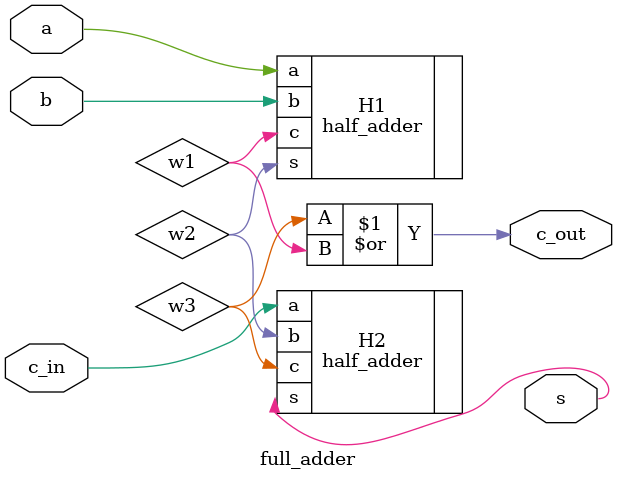
<source format=sv>
`timescale 1ns / 1ps


module full_adder( input a, input b, input c_in, output s, output c_out );
    logic w1, w2, w3;
    
    half_adder H1(
        .a(a),
        .b(b),
        .c(w1),
        .s(w2)
    );
     half_adder H2(
        .a(c_in),
        .b(w2),
        .c(w3),
        .s(s)
    );
    assign c_out = w3 | w1;
        endmodule

</source>
